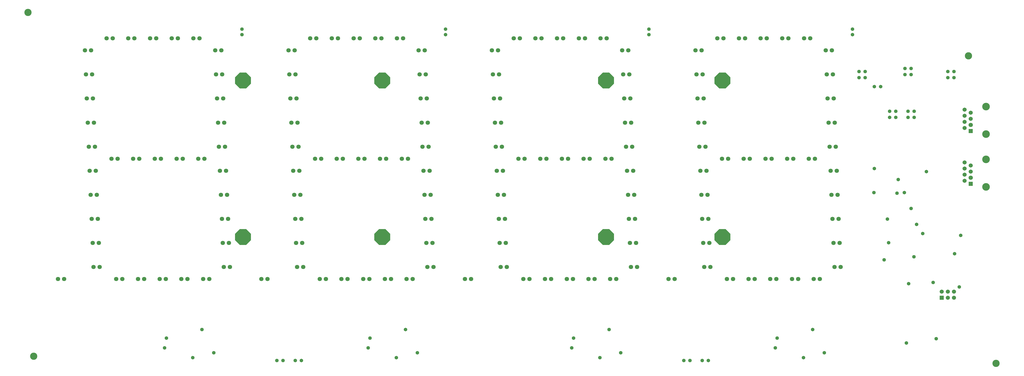
<source format=gbs>
%FSLAX24Y24*%
%MOIN*%
G70*
G01*
G75*
G04 Layer_Color=16711935*
%ADD10R,0.0354X0.0354*%
%ADD11O,0.0689X0.0217*%
%ADD12O,0.0217X0.0689*%
%ADD13R,0.0394X0.0394*%
%ADD14R,0.0630X0.0236*%
%ADD15R,0.0630X0.0236*%
%ADD16C,0.0394*%
%ADD17O,0.0236X0.0866*%
%ADD18R,0.1299X0.0787*%
%ADD19R,0.0866X0.0925*%
%ADD20R,0.0610X0.0925*%
%ADD21R,0.0335X0.0335*%
%ADD22O,0.0236X0.0866*%
%ADD23R,0.0787X0.2362*%
%ADD24R,0.0630X0.1181*%
%ADD25R,0.0335X0.0669*%
%ADD26R,0.0472X0.1378*%
%ADD27R,0.2185X0.2559*%
%ADD28R,0.0492X0.1201*%
%ADD29C,0.0250*%
%ADD30C,0.0500*%
%ADD31C,0.0150*%
%ADD32C,0.0100*%
%ADD33C,0.0300*%
%ADD34C,0.0591*%
%ADD35R,0.0591X0.0591*%
%ADD36C,0.0630*%
%ADD37C,0.1161*%
%ADD38P,0.2706X8X22.5*%
%ADD39C,0.0591*%
%ADD40R,0.0591X0.0591*%
%ADD41C,0.0500*%
%ADD42C,0.0394*%
%ADD43C,0.0098*%
%ADD44C,0.0236*%
%ADD45C,0.0079*%
%ADD46R,0.0434X0.0434*%
%ADD47O,0.0769X0.0297*%
%ADD48O,0.0297X0.0769*%
%ADD49R,0.0474X0.0474*%
%ADD50R,0.0710X0.0316*%
%ADD51R,0.0710X0.0316*%
%ADD52C,0.1181*%
%ADD53O,0.0316X0.0946*%
%ADD54R,0.1379X0.0867*%
%ADD55R,0.0946X0.1005*%
%ADD56R,0.0690X0.1005*%
%ADD57R,0.0415X0.0415*%
%ADD58O,0.0316X0.0946*%
%ADD59R,0.0867X0.2442*%
%ADD60R,0.0710X0.1261*%
%ADD61C,0.0984*%
%ADD62R,0.0415X0.0749*%
%ADD63R,0.0552X0.1458*%
%ADD64R,0.2265X0.2639*%
%ADD65R,0.0572X0.1281*%
%ADD66C,0.0671*%
%ADD67R,0.0671X0.0671*%
%ADD68C,0.0710*%
%ADD69C,0.1241*%
%ADD70P,0.2793X8X22.5*%
%ADD71C,0.0671*%
%ADD72R,0.0671X0.0671*%
%ADD73C,0.0580*%
%ADD74C,0.1181*%
D66*
X157475Y43484D02*
D03*
Y40484D02*
D03*
X158475Y42984D02*
D03*
X157475Y42484D02*
D03*
Y41484D02*
D03*
X158475Y41984D02*
D03*
X157474Y31850D02*
D03*
Y34850D02*
D03*
X158474Y34350D02*
D03*
X157474Y32850D02*
D03*
X158474Y33350D02*
D03*
X157474Y33850D02*
D03*
D67*
X158475Y39984D02*
D03*
X158474Y31350D02*
D03*
D68*
X158475Y40984D02*
D03*
X158474Y32350D02*
D03*
X103206Y37413D02*
D03*
X102206D02*
D03*
X102049Y41350D02*
D03*
X103049D02*
D03*
X102994Y17728D02*
D03*
X103994D02*
D03*
X103837Y21665D02*
D03*
X102837D02*
D03*
X88404Y55129D02*
D03*
X87404D02*
D03*
X83861D02*
D03*
X84861D02*
D03*
X80948Y37413D02*
D03*
X81948D02*
D03*
X81578Y21665D02*
D03*
X82578D02*
D03*
X82736Y17728D02*
D03*
X81736D02*
D03*
X88980Y15759D02*
D03*
X89980D02*
D03*
X86436D02*
D03*
X85436D02*
D03*
X51634Y55129D02*
D03*
X50634D02*
D03*
X54177D02*
D03*
X55177D02*
D03*
X47721Y37413D02*
D03*
X48721D02*
D03*
X48564Y41350D02*
D03*
X47564D02*
D03*
X49508Y17728D02*
D03*
X48508D02*
D03*
X48351Y21665D02*
D03*
X49351D02*
D03*
X118875Y35444D02*
D03*
X117875D02*
D03*
X98823D02*
D03*
X99823D02*
D03*
X134804Y53161D02*
D03*
X135804D02*
D03*
X135961Y49224D02*
D03*
X134961D02*
D03*
X135118Y45287D02*
D03*
X136118D02*
D03*
X136276Y41350D02*
D03*
X135276D02*
D03*
X135433Y37413D02*
D03*
X136433D02*
D03*
X136591Y33476D02*
D03*
X135591D02*
D03*
X135749Y29539D02*
D03*
X136749D02*
D03*
X136906Y25602D02*
D03*
X135906D02*
D03*
X136064Y21665D02*
D03*
X137064D02*
D03*
X137221Y17728D02*
D03*
X136221D02*
D03*
X117088Y55129D02*
D03*
X118088D02*
D03*
X121632D02*
D03*
X120632D02*
D03*
X124175D02*
D03*
X125175D02*
D03*
X128719D02*
D03*
X127719D02*
D03*
X131261D02*
D03*
X132261D02*
D03*
X121419Y35444D02*
D03*
X122419D02*
D03*
X125963D02*
D03*
X124963D02*
D03*
X128506D02*
D03*
X129506D02*
D03*
X133049D02*
D03*
X132049D02*
D03*
X132836Y15759D02*
D03*
X133836D02*
D03*
X130293D02*
D03*
X129293D02*
D03*
X125750D02*
D03*
X126750D02*
D03*
X123207D02*
D03*
X122207D02*
D03*
X118663D02*
D03*
X119663D02*
D03*
X115963Y17728D02*
D03*
X114963D02*
D03*
X114805Y21665D02*
D03*
X115805D02*
D03*
X115648Y25602D02*
D03*
X114648D02*
D03*
X114491Y29539D02*
D03*
X115491D02*
D03*
X115333Y33476D02*
D03*
X114333D02*
D03*
X109136Y15759D02*
D03*
X110136D02*
D03*
X115175Y37413D02*
D03*
X114175D02*
D03*
X114018Y41350D02*
D03*
X115018D02*
D03*
X114860Y45287D02*
D03*
X113860D02*
D03*
X113703Y49224D02*
D03*
X114703D02*
D03*
X114545Y53161D02*
D03*
X113545D02*
D03*
X99609Y15759D02*
D03*
X100609D02*
D03*
X97066D02*
D03*
X96066D02*
D03*
X92523D02*
D03*
X93523D02*
D03*
X91947Y55129D02*
D03*
X90948D02*
D03*
X94491D02*
D03*
X95491D02*
D03*
X99034D02*
D03*
X98034D02*
D03*
X84648Y35444D02*
D03*
X85648D02*
D03*
X89192D02*
D03*
X88192D02*
D03*
X91735D02*
D03*
X92735D02*
D03*
X96278D02*
D03*
X95278D02*
D03*
X103364Y33476D02*
D03*
X102364D02*
D03*
X102522Y29539D02*
D03*
X103522D02*
D03*
X103679Y25602D02*
D03*
X102679D02*
D03*
X101577Y53161D02*
D03*
X102577D02*
D03*
X102734Y49224D02*
D03*
X101734D02*
D03*
X101891Y45287D02*
D03*
X102891D02*
D03*
X81318Y53161D02*
D03*
X80318D02*
D03*
X80476Y49224D02*
D03*
X81476D02*
D03*
X81633Y45287D02*
D03*
X80633D02*
D03*
X80791Y41350D02*
D03*
X81791D02*
D03*
X81106Y33476D02*
D03*
X82106D02*
D03*
X82263Y29539D02*
D03*
X81263D02*
D03*
X81420Y25602D02*
D03*
X82420D02*
D03*
X76909Y15759D02*
D03*
X75909D02*
D03*
X57720Y55129D02*
D03*
X58720D02*
D03*
X62264D02*
D03*
X61264D02*
D03*
X64807D02*
D03*
X65807D02*
D03*
X53209Y15759D02*
D03*
X52209D02*
D03*
X55752D02*
D03*
X56752D02*
D03*
X60295D02*
D03*
X59295D02*
D03*
X62839D02*
D03*
X63839D02*
D03*
X67382D02*
D03*
X66382D02*
D03*
X51421Y35444D02*
D03*
X52421D02*
D03*
X55965D02*
D03*
X54965D02*
D03*
X58508D02*
D03*
X59508D02*
D03*
X63051D02*
D03*
X62051D02*
D03*
X65594D02*
D03*
X66594D02*
D03*
X48091Y53161D02*
D03*
X47091D02*
D03*
X47249Y49224D02*
D03*
X48249D02*
D03*
X48405Y45287D02*
D03*
X47405D02*
D03*
X68350Y53161D02*
D03*
X69350D02*
D03*
X69507Y49224D02*
D03*
X68507D02*
D03*
X68664Y45287D02*
D03*
X69664D02*
D03*
X69822Y41350D02*
D03*
X68822D02*
D03*
X68979Y37413D02*
D03*
X69979D02*
D03*
X43682Y15759D02*
D03*
X42682D02*
D03*
X48193Y25602D02*
D03*
X49193D02*
D03*
X49036Y29539D02*
D03*
X48036D02*
D03*
X47879Y33476D02*
D03*
X48879D02*
D03*
X70137D02*
D03*
X69137D02*
D03*
X69295Y29539D02*
D03*
X70295D02*
D03*
X70451Y25602D02*
D03*
X69451D02*
D03*
X69610Y21665D02*
D03*
X70610D02*
D03*
X70767Y17728D02*
D03*
X69767D02*
D03*
X17407Y55129D02*
D03*
X18407D02*
D03*
X21950D02*
D03*
X20950D02*
D03*
X24493D02*
D03*
X25493D02*
D03*
X29037D02*
D03*
X28037D02*
D03*
X31580D02*
D03*
X32580D02*
D03*
X19982Y15759D02*
D03*
X18982D02*
D03*
X22525D02*
D03*
X23525D02*
D03*
X27068D02*
D03*
X26068D02*
D03*
X29611D02*
D03*
X30611D02*
D03*
X34155D02*
D03*
X33155D02*
D03*
X18194Y35444D02*
D03*
X19194D02*
D03*
X22737D02*
D03*
X21737D02*
D03*
X25281D02*
D03*
X26281D02*
D03*
X29824D02*
D03*
X28824D02*
D03*
X32367D02*
D03*
X33367D02*
D03*
X14864Y53161D02*
D03*
X13864D02*
D03*
X14022Y49224D02*
D03*
X15022D02*
D03*
X15178Y45287D02*
D03*
X14178D02*
D03*
X14337Y41350D02*
D03*
X15337D02*
D03*
X15494Y37413D02*
D03*
X14494D02*
D03*
X35123Y53161D02*
D03*
X36123D02*
D03*
X36280Y49224D02*
D03*
X35280D02*
D03*
X35437Y45287D02*
D03*
X36437D02*
D03*
X36595Y41350D02*
D03*
X35595D02*
D03*
X35752Y37413D02*
D03*
X36752D02*
D03*
X15651Y33476D02*
D03*
X14651D02*
D03*
X14809Y29539D02*
D03*
X15809D02*
D03*
X15966Y25602D02*
D03*
X14966D02*
D03*
X15124Y21665D02*
D03*
X16124D02*
D03*
X10455Y15759D02*
D03*
X9455D02*
D03*
X15281Y17728D02*
D03*
X16281D02*
D03*
X36910Y33476D02*
D03*
X35910D02*
D03*
X36067Y29539D02*
D03*
X37067D02*
D03*
X37224Y25602D02*
D03*
X36224D02*
D03*
X36382Y21665D02*
D03*
X37382D02*
D03*
X37540Y17728D02*
D03*
X36540D02*
D03*
D69*
X160975Y39484D02*
D03*
Y43984D02*
D03*
X160974Y30850D02*
D03*
Y35350D02*
D03*
D70*
X117921Y48239D02*
D03*
Y22649D02*
D03*
X62402Y48239D02*
D03*
X62402Y22649D02*
D03*
X39679Y48239D02*
D03*
Y22649D02*
D03*
X98937D02*
D03*
Y48239D02*
D03*
D71*
X155724Y13700D02*
D03*
Y12700D02*
D03*
X154725Y13700D02*
D03*
Y12700D02*
D03*
X153724Y13700D02*
D03*
D72*
Y12700D02*
D03*
D73*
X45196Y2420D02*
D03*
X46196D02*
D03*
X49196D02*
D03*
X48196D02*
D03*
X114650D02*
D03*
X115650D02*
D03*
X112650D02*
D03*
X111650D02*
D03*
X149217Y19399D02*
D03*
X26883Y4500D02*
D03*
X32983Y7500D02*
D03*
X31483Y2900D02*
D03*
X27183Y6100D02*
D03*
X66210Y7500D02*
D03*
X93337Y4500D02*
D03*
X93637Y6100D02*
D03*
X99437Y7500D02*
D03*
X97937Y2900D02*
D03*
X60410Y6100D02*
D03*
X64710Y2900D02*
D03*
X60110Y4500D02*
D03*
X39493Y55750D02*
D03*
Y56650D02*
D03*
X34893Y3700D02*
D03*
X72720Y55750D02*
D03*
Y56650D02*
D03*
X68120Y3700D02*
D03*
X101347D02*
D03*
X105947Y56650D02*
D03*
X105947Y55750D02*
D03*
X126864Y6100D02*
D03*
X126564Y4500D02*
D03*
X131164Y2900D02*
D03*
X132664Y7500D02*
D03*
X147624Y29900D02*
D03*
X147724Y50200D02*
D03*
X148724D02*
D03*
X147724Y49200D02*
D03*
X148724D02*
D03*
X151224Y33350D02*
D03*
X143774Y47250D02*
D03*
X142724D02*
D03*
X147974Y5300D02*
D03*
X142674Y29900D02*
D03*
X142724Y33850D02*
D03*
X146624Y32050D02*
D03*
X154724Y48700D02*
D03*
X155724D02*
D03*
Y49700D02*
D03*
X154724D02*
D03*
X140224D02*
D03*
X141224D02*
D03*
Y48700D02*
D03*
X140224D02*
D03*
X144882Y25581D02*
D03*
X149624Y24700D02*
D03*
X144324Y18900D02*
D03*
X155824Y19900D02*
D03*
X156824Y22900D02*
D03*
X152324Y15200D02*
D03*
X145224Y43200D02*
D03*
X146224D02*
D03*
Y42200D02*
D03*
X145224D02*
D03*
X148224D02*
D03*
X149224D02*
D03*
Y43200D02*
D03*
X148224D02*
D03*
X150624Y23200D02*
D03*
X145054Y21710D02*
D03*
X148724Y27300D02*
D03*
X146424Y29800D02*
D03*
X148324Y15000D02*
D03*
X139174Y55750D02*
D03*
Y56650D02*
D03*
X134574Y3700D02*
D03*
X152824Y6000D02*
D03*
X156599Y14476D02*
D03*
D74*
X162598Y1958D02*
D03*
X158118Y52272D02*
D03*
X4574Y59359D02*
D03*
X5512Y3140D02*
D03*
M02*

</source>
